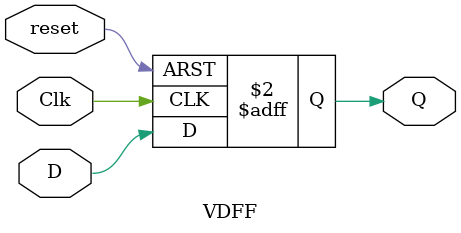
<source format=v>
module VDFF(D,Clk,reset,Q);
  input D,Clk,reset;
  output Q;
  reg Q;
  always @(posedge Clk or posedge reset)
  begin
    if(reset)
      Q <= 1'b0;
    else
      Q <= D;
    end
 endmodule
 
</source>
